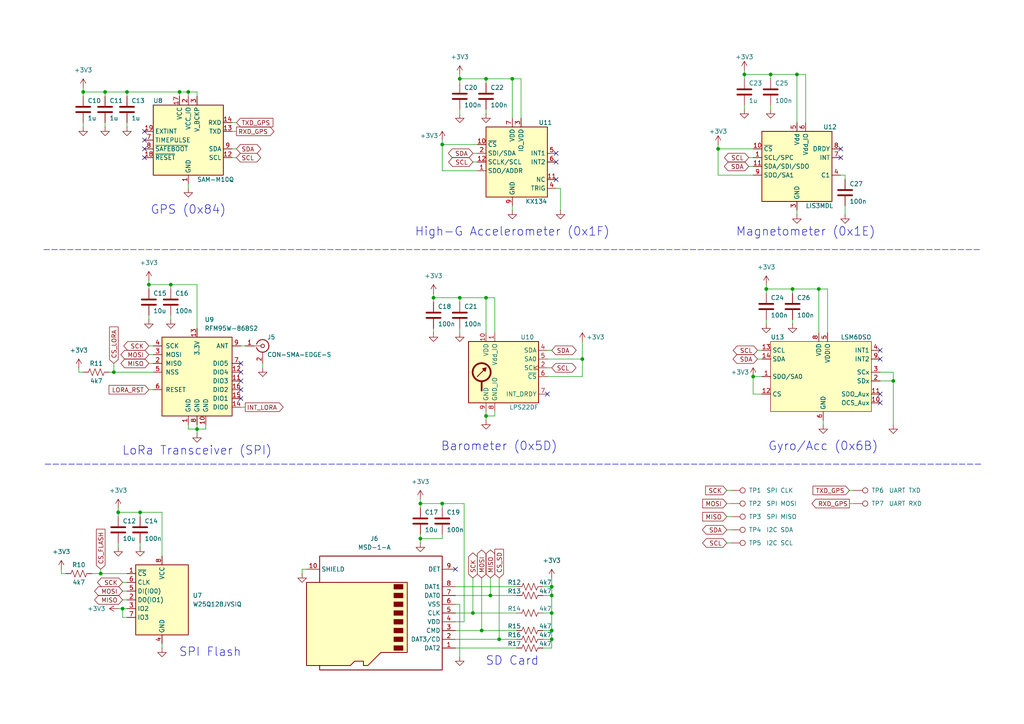
<source format=kicad_sch>
(kicad_sch (version 20231120) (generator "eeschema") (generator_version "8.0")
  (paper "A4")
  (junction (at 133.35 22.86))
  (junction (at 128.27 41.91))
  (junction (at 49.53 82.55))
  (junction (at 52.07 26.67))
  (junction (at 237.49 83.82))
  (junction (at 229.87 83.82))
  (junction (at 137.16 177.8))
  (junction (at 40.64 148.59))
  (junction (at 148.59 22.86))
  (junction (at 36.83 26.67))
  (junction (at 223.52 21.59))
  (junction (at 208.28 43.18))
  (junction (at 128.27 146.05))
  (junction (at 140.97 120.65))
  (junction (at 142.24 172.72))
  (junction (at 34.29 148.59))
  (junction (at 121.92 156.21))
  (junction (at 57.15 124.46))
  (junction (at 160.02 185.42))
  (junction (at 133.35 86.36))
  (junction (at 231.14 21.59))
  (junction (at 121.92 146.05))
  (junction (at 160.02 172.72))
  (junction (at 125.73 86.36))
  (junction (at 160.02 170.18))
  (junction (at 144.78 185.42))
  (junction (at 54.61 26.67))
  (junction (at 160.02 177.8))
  (junction (at 140.97 86.36))
  (junction (at 218.44 109.22))
  (junction (at 259.08 110.49))
  (junction (at 168.91 104.14))
  (junction (at 30.48 26.67))
  (junction (at 139.7 182.88))
  (junction (at 140.97 22.86))
  (junction (at 43.18 82.55))
  (junction (at 29.21 166.37))
  (junction (at 35.56 176.53))
  (junction (at 24.13 26.67))
  (junction (at 33.02 107.95))
  (junction (at 160.02 182.88))
  (junction (at 215.9 21.59))
  (junction (at 222.25 83.82))
  (no_connect (at 255.27 101.6))
  (no_connect (at 69.85 115.57))
  (no_connect (at 158.75 114.3))
  (no_connect (at 161.29 52.07))
  (no_connect (at 243.84 45.72))
  (no_connect (at 255.27 104.14))
  (no_connect (at 41.91 38.1))
  (no_connect (at 69.85 105.41))
  (no_connect (at 69.85 110.49))
  (no_connect (at 41.91 43.18))
  (no_connect (at 69.85 113.03))
  (no_connect (at 161.29 44.45))
  (no_connect (at 132.08 165.1))
  (no_connect (at 243.84 43.18))
  (no_connect (at 255.27 116.84))
  (no_connect (at 41.91 40.64))
  (no_connect (at 69.85 107.95))
  (no_connect (at 161.29 46.99))
  (no_connect (at 41.91 45.72))
  (no_connect (at 255.27 114.3))
  (wire (pts (xy 160.02 172.72) (xy 160.02 177.8)))
  (wire (pts (xy 40.64 149.86) (xy 40.64 148.59)))
  (wire (pts (xy 144.78 185.42) (xy 149.86 185.42)))
  (wire (pts (xy 57.15 26.67) (xy 54.61 26.67)))
  (wire (pts (xy 208.28 50.8) (xy 218.44 50.8)))
  (wire (pts (xy 24.13 26.67) (xy 30.48 26.67)))
  (wire (pts (xy 49.53 83.82) (xy 49.53 82.55)))
  (wire (pts (xy 35.56 171.45) (xy 36.83 171.45)))
  (wire (pts (xy 246.38 142.24) (xy 247.65 142.24)))
  (wire (pts (xy 144.78 167.64) (xy 144.78 185.42)))
  (wire (pts (xy 34.29 148.59) (xy 34.29 149.86)))
  (wire (pts (xy 158.75 109.22) (xy 168.91 109.22)))
  (wire (pts (xy 160.02 167.64) (xy 160.02 170.18)))
  (wire (pts (xy 137.16 167.64) (xy 137.16 177.8)))
  (wire (pts (xy 35.56 173.99) (xy 36.83 173.99)))
  (wire (pts (xy 125.73 86.36) (xy 133.35 86.36)))
  (wire (pts (xy 35.56 176.53) (xy 35.56 179.07)))
  (wire (pts (xy 219.71 101.6) (xy 220.98 101.6)))
  (polyline (pts (xy 284.48 134.62) (xy 12.7 134.62)) (stroke (width 0) (type dash)))
  (wire (pts (xy 208.28 43.18) (xy 218.44 43.18)))
  (wire (pts (xy 33.02 107.95) (xy 44.45 107.95)))
  (wire (pts (xy 22.86 107.95) (xy 24.13 107.95)))
  (wire (pts (xy 128.27 154.94) (xy 128.27 156.21)))
  (wire (pts (xy 54.61 26.67) (xy 54.61 27.94)))
  (wire (pts (xy 160.02 170.18) (xy 160.02 172.72)))
  (wire (pts (xy 148.59 59.69) (xy 148.59 60.96)))
  (wire (pts (xy 133.35 21.59) (xy 133.35 22.86)))
  (wire (pts (xy 71.12 118.11) (xy 69.85 118.11)))
  (wire (pts (xy 31.75 107.95) (xy 33.02 107.95)))
  (wire (pts (xy 160.02 185.42) (xy 160.02 187.96)))
  (wire (pts (xy 140.97 22.86) (xy 140.97 24.13)))
  (wire (pts (xy 67.31 35.56) (xy 68.58 35.56)))
  (wire (pts (xy 237.49 83.82) (xy 237.49 96.52)))
  (wire (pts (xy 43.18 100.33) (xy 44.45 100.33)))
  (wire (pts (xy 43.18 102.87) (xy 44.45 102.87)))
  (wire (pts (xy 237.49 83.82) (xy 229.87 83.82)))
  (wire (pts (xy 128.27 41.91) (xy 138.43 41.91)))
  (wire (pts (xy 143.51 120.65) (xy 140.97 120.65)))
  (wire (pts (xy 133.35 190.5) (xy 133.35 175.26)))
  (wire (pts (xy 140.97 120.65) (xy 140.97 121.92)))
  (wire (pts (xy 43.18 81.28) (xy 43.18 82.55)))
  (wire (pts (xy 132.08 182.88) (xy 139.7 182.88)))
  (wire (pts (xy 245.11 59.69) (xy 245.11 62.23)))
  (wire (pts (xy 128.27 147.32) (xy 128.27 146.05)))
  (wire (pts (xy 218.44 114.3) (xy 220.98 114.3)))
  (wire (pts (xy 137.16 44.45) (xy 138.43 44.45)))
  (wire (pts (xy 125.73 85.09) (xy 125.73 86.36)))
  (wire (pts (xy 148.59 22.86) (xy 148.59 34.29)))
  (wire (pts (xy 57.15 82.55) (xy 49.53 82.55)))
  (wire (pts (xy 125.73 87.63) (xy 125.73 86.36)))
  (wire (pts (xy 139.7 167.64) (xy 139.7 182.88)))
  (wire (pts (xy 208.28 43.18) (xy 208.28 50.8)))
  (wire (pts (xy 215.9 21.59) (xy 215.9 22.86)))
  (wire (pts (xy 133.35 24.13) (xy 133.35 22.86)))
  (wire (pts (xy 255.27 110.49) (xy 259.08 110.49)))
  (wire (pts (xy 222.25 85.09) (xy 222.25 83.82)))
  (wire (pts (xy 121.92 156.21) (xy 128.27 156.21)))
  (wire (pts (xy 223.52 22.86) (xy 223.52 21.59)))
  (wire (pts (xy 140.97 96.52) (xy 140.97 86.36)))
  (wire (pts (xy 40.64 157.48) (xy 40.64 158.75)))
  (wire (pts (xy 210.82 157.48) (xy 212.09 157.48)))
  (wire (pts (xy 40.64 148.59) (xy 34.29 148.59)))
  (wire (pts (xy 54.61 124.46) (xy 54.61 123.19)))
  (wire (pts (xy 215.9 21.59) (xy 223.52 21.59)))
  (wire (pts (xy 132.08 185.42) (xy 144.78 185.42)))
  (wire (pts (xy 26.67 166.37) (xy 29.21 166.37)))
  (wire (pts (xy 29.21 165.1) (xy 29.21 166.37)))
  (wire (pts (xy 210.82 153.67) (xy 212.09 153.67)))
  (wire (pts (xy 246.38 146.05) (xy 247.65 146.05)))
  (wire (pts (xy 231.14 21.59) (xy 231.14 35.56)))
  (wire (pts (xy 34.29 176.53) (xy 35.56 176.53)))
  (wire (pts (xy 157.48 172.72) (xy 160.02 172.72)))
  (wire (pts (xy 134.62 180.34) (xy 132.08 180.34)))
  (wire (pts (xy 121.92 154.94) (xy 121.92 156.21)))
  (wire (pts (xy 133.35 22.86) (xy 140.97 22.86)))
  (wire (pts (xy 143.51 86.36) (xy 140.97 86.36)))
  (wire (pts (xy 218.44 109.22) (xy 218.44 114.3)))
  (wire (pts (xy 54.61 53.34) (xy 54.61 54.61)))
  (wire (pts (xy 160.02 187.96) (xy 157.48 187.96)))
  (wire (pts (xy 168.91 99.06) (xy 168.91 104.14)))
  (wire (pts (xy 69.85 100.33) (xy 71.12 100.33)))
  (wire (pts (xy 67.31 43.18) (xy 68.58 43.18)))
  (wire (pts (xy 218.44 109.22) (xy 220.98 109.22)))
  (wire (pts (xy 125.73 95.25) (xy 125.73 96.52)))
  (wire (pts (xy 162.56 54.61) (xy 161.29 54.61)))
  (wire (pts (xy 240.03 83.82) (xy 237.49 83.82)))
  (wire (pts (xy 245.11 52.07) (xy 245.11 50.8)))
  (wire (pts (xy 46.99 148.59) (xy 40.64 148.59)))
  (wire (pts (xy 222.25 92.71) (xy 222.25 93.98)))
  (wire (pts (xy 57.15 123.19) (xy 57.15 124.46)))
  (wire (pts (xy 17.78 165.1) (xy 17.78 166.37)))
  (wire (pts (xy 132.08 177.8) (xy 137.16 177.8)))
  (wire (pts (xy 240.03 96.52) (xy 240.03 83.82)))
  (wire (pts (xy 34.29 147.32) (xy 34.29 148.59)))
  (wire (pts (xy 36.83 179.07) (xy 35.56 179.07)))
  (wire (pts (xy 151.13 34.29) (xy 151.13 22.86)))
  (wire (pts (xy 222.25 83.82) (xy 229.87 83.82)))
  (wire (pts (xy 43.18 105.41) (xy 44.45 105.41)))
  (wire (pts (xy 59.69 124.46) (xy 57.15 124.46)))
  (wire (pts (xy 143.51 96.52) (xy 143.51 86.36)))
  (wire (pts (xy 151.13 22.86) (xy 148.59 22.86)))
  (wire (pts (xy 215.9 20.32) (xy 215.9 21.59)))
  (wire (pts (xy 88.9 165.1) (xy 87.63 165.1)))
  (wire (pts (xy 22.86 106.68) (xy 22.86 107.95)))
  (wire (pts (xy 24.13 27.94) (xy 24.13 26.67)))
  (wire (pts (xy 121.92 156.21) (xy 121.92 157.48)))
  (wire (pts (xy 43.18 113.03) (xy 44.45 113.03)))
  (wire (pts (xy 128.27 49.53) (xy 138.43 49.53)))
  (wire (pts (xy 160.02 182.88) (xy 160.02 185.42)))
  (wire (pts (xy 34.29 157.48) (xy 34.29 158.75)))
  (wire (pts (xy 137.16 177.8) (xy 149.86 177.8)))
  (wire (pts (xy 49.53 91.44) (xy 49.53 92.71)))
  (wire (pts (xy 157.48 182.88) (xy 160.02 182.88)))
  (wire (pts (xy 19.05 166.37) (xy 17.78 166.37)))
  (wire (pts (xy 158.75 101.6) (xy 160.02 101.6)))
  (wire (pts (xy 140.97 22.86) (xy 148.59 22.86)))
  (wire (pts (xy 238.76 121.92) (xy 238.76 123.19)))
  (wire (pts (xy 36.83 35.56) (xy 36.83 36.83)))
  (wire (pts (xy 128.27 40.64) (xy 128.27 41.91)))
  (wire (pts (xy 87.63 165.1) (xy 87.63 166.37)))
  (wire (pts (xy 36.83 26.67) (xy 52.07 26.67)))
  (wire (pts (xy 210.82 149.86) (xy 212.09 149.86)))
  (wire (pts (xy 128.27 146.05) (xy 121.92 146.05)))
  (wire (pts (xy 132.08 172.72) (xy 142.24 172.72)))
  (wire (pts (xy 215.9 30.48) (xy 215.9 31.75)))
  (wire (pts (xy 29.21 166.37) (xy 36.83 166.37)))
  (wire (pts (xy 30.48 26.67) (xy 36.83 26.67)))
  (wire (pts (xy 128.27 41.91) (xy 128.27 49.53)))
  (wire (pts (xy 168.91 104.14) (xy 168.91 109.22)))
  (wire (pts (xy 67.31 38.1) (xy 68.58 38.1)))
  (wire (pts (xy 43.18 91.44) (xy 43.18 92.71)))
  (wire (pts (xy 223.52 30.48) (xy 223.52 31.75)))
  (polyline (pts (xy 12.7 72.39) (xy 284.48 72.39)) (stroke (width 0) (type dash)))
  (wire (pts (xy 140.97 119.38) (xy 140.97 120.65)))
  (wire (pts (xy 140.97 31.75) (xy 140.97 33.02)))
  (wire (pts (xy 210.82 142.24) (xy 212.09 142.24)))
  (wire (pts (xy 43.18 82.55) (xy 43.18 83.82)))
  (wire (pts (xy 76.2 105.41) (xy 76.2 106.68)))
  (wire (pts (xy 217.17 48.26) (xy 218.44 48.26)))
  (wire (pts (xy 137.16 46.99) (xy 138.43 46.99)))
  (wire (pts (xy 229.87 83.82) (xy 229.87 85.09)))
  (wire (pts (xy 132.08 187.96) (xy 149.86 187.96)))
  (wire (pts (xy 140.97 86.36) (xy 133.35 86.36)))
  (wire (pts (xy 67.31 45.72) (xy 68.58 45.72)))
  (wire (pts (xy 133.35 86.36) (xy 133.35 87.63)))
  (wire (pts (xy 160.02 177.8) (xy 160.02 182.88)))
  (wire (pts (xy 259.08 110.49) (xy 259.08 107.95)))
  (wire (pts (xy 46.99 161.29) (xy 46.99 148.59)))
  (wire (pts (xy 157.48 177.8) (xy 160.02 177.8)))
  (wire (pts (xy 30.48 35.56) (xy 30.48 36.83)))
  (wire (pts (xy 217.17 45.72) (xy 218.44 45.72)))
  (wire (pts (xy 128.27 146.05) (xy 134.62 146.05)))
  (wire (pts (xy 229.87 92.71) (xy 229.87 93.98)))
  (wire (pts (xy 57.15 125.73) (xy 57.15 124.46)))
  (wire (pts (xy 139.7 182.88) (xy 149.86 182.88)))
  (wire (pts (xy 30.48 27.94) (xy 30.48 26.67)))
  (wire (pts (xy 46.99 186.69) (xy 46.99 187.96)))
  (wire (pts (xy 49.53 82.55) (xy 43.18 82.55)))
  (wire (pts (xy 132.08 170.18) (xy 149.86 170.18)))
  (wire (pts (xy 57.15 27.94) (xy 57.15 26.67)))
  (wire (pts (xy 52.07 26.67) (xy 52.07 27.94)))
  (wire (pts (xy 133.35 175.26) (xy 132.08 175.26)))
  (wire (pts (xy 36.83 27.94) (xy 36.83 26.67)))
  (wire (pts (xy 59.69 123.19) (xy 59.69 124.46)))
  (wire (pts (xy 142.24 167.64) (xy 142.24 172.72)))
  (wire (pts (xy 210.82 146.05) (xy 212.09 146.05)))
  (wire (pts (xy 57.15 95.25) (xy 57.15 82.55)))
  (wire (pts (xy 233.68 21.59) (xy 231.14 21.59)))
  (wire (pts (xy 208.28 41.91) (xy 208.28 43.18)))
  (wire (pts (xy 231.14 60.96) (xy 231.14 62.23)))
  (wire (pts (xy 158.75 104.14) (xy 168.91 104.14)))
  (wire (pts (xy 35.56 176.53) (xy 36.83 176.53)))
  (wire (pts (xy 33.02 105.41) (xy 33.02 107.95)))
  (wire (pts (xy 35.56 168.91) (xy 36.83 168.91)))
  (wire (pts (xy 259.08 123.19) (xy 259.08 110.49)))
  (wire (pts (xy 133.35 95.25) (xy 133.35 96.52)))
  (wire (pts (xy 157.48 170.18) (xy 160.02 170.18)))
  (wire (pts (xy 142.24 172.72) (xy 149.86 172.72)))
  (wire (pts (xy 162.56 60.96) (xy 162.56 54.61)))
  (wire (pts (xy 133.35 31.75) (xy 133.35 33.02)))
  (wire (pts (xy 24.13 35.56) (xy 24.13 36.83)))
  (wire (pts (xy 233.68 35.56) (xy 233.68 21.59)))
  (wire (pts (xy 143.51 119.38) (xy 143.51 120.65)))
  (wire (pts (xy 54.61 26.67) (xy 52.07 26.67)))
  (wire (pts (xy 259.08 107.95) (xy 255.27 107.95)))
  (wire (pts (xy 245.11 50.8) (xy 243.84 50.8)))
  (wire (pts (xy 219.71 104.14) (xy 220.98 104.14)))
  (wire (pts (xy 134.62 146.05) (xy 134.62 180.34)))
  (wire (pts (xy 24.13 25.4) (xy 24.13 26.67)))
  (wire (pts (xy 121.92 146.05) (xy 121.92 147.32)))
  (wire (pts (xy 160.02 106.68) (xy 158.75 106.68)))
  (wire (pts (xy 222.25 82.55) (xy 222.25 83.82)))
  (wire (pts (xy 121.92 144.78) (xy 121.92 146.05)))
  (wire (pts (xy 57.15 124.46) (xy 54.61 124.46)))
  (wire (pts (xy 231.14 21.59) (xy 223.52 21.59)))
  (wire (pts (xy 157.48 185.42) (xy 160.02 185.42)))
  (text "Magnetometer (0x1E)" (at 233.68 67.31 0) (effects (font (size 2.5 2.5))))
  (text "GPS (0x84)" (at 54.61 60.96 0) (effects (font (size 2.5 2.5))))
  (text "High-G Accelerometer (0x1F)" (at 148.59 67.31 0) (effects (font (size 2.5 2.5))))
  (text "SD Card\n" (at 148.59 191.77 0) (effects (font (size 2.5 2.5))))
  (text "Gyro/Acc (0x6B)" (at 238.76 129.54 0) (effects (font (size 2.5 2.5))))
  (text "LoRa Transceiver (SPI)" (at 57.15 130.81 0) (effects (font (size 2.5 2.5))))
  (text "SPI Flash" (at 60.96 189.23 0) (effects (font (size 2.5 2.5))))
  (text "Barometer (0x5D)" (at 144.78 129.54 0) (effects (font (size 2.5 2.5))))
  (global_label "MISO" (shape bidirectional) (at 43.18 105.41 180) (property "Intersheetrefs" "${INTERSHEET_REFS}" (effects (hide yes))))
  (global_label "CS_FLASH" (shape input) (at 29.21 165.1 90) (property "Intersheetrefs" "${INTERSHEET_REFS}" (effects (hide yes))))
  (global_label "SCK" (shape input) (at 210.82 142.24 180) (property "Intersheetrefs" "${INTERSHEET_REFS}" (effects (hide yes))))
  (global_label "SCL" (shape bidirectional) (at 210.82 157.48 180) (property "Intersheetrefs" "${INTERSHEET_REFS}" (effects (hide yes))))
  (global_label "SCL" (shape bidirectional) (at 217.17 45.72 180) (property "Intersheetrefs" "${INTERSHEET_REFS}" (effects (hide yes))))
  (global_label "SCL" (shape bidirectional) (at 160.02 106.68 0) (property "Intersheetrefs" "${INTERSHEET_REFS}" (effects (hide yes))))
  (global_label "TXD_GPS" (shape input) (at 68.58 35.56 0) (property "Intersheetrefs" "${INTERSHEET_REFS}" (effects (hide yes))))
  (global_label "MOSI" (shape bidirectional) (at 43.18 102.87 180) (property "Intersheetrefs" "${INTERSHEET_REFS}" (effects (hide yes))))
  (global_label "SCL" (shape bidirectional) (at 219.71 101.6 180) (property "Intersheetrefs" "${INTERSHEET_REFS}" (effects (hide yes))))
  (global_label "SDA" (shape bidirectional) (at 160.02 101.6 0) (property "Intersheetrefs" "${INTERSHEET_REFS}" (effects (hide yes))))
  (global_label "SCL" (shape bidirectional) (at 68.58 45.72 0) (property "Intersheetrefs" "${INTERSHEET_REFS}" (effects (hide yes))))
  (global_label "CS_LORA" (shape input) (at 33.02 105.41 90) (property "Intersheetrefs" "${INTERSHEET_REFS}" (effects (hide yes))))
  (global_label "SDA" (shape bidirectional) (at 217.17 48.26 180) (property "Intersheetrefs" "${INTERSHEET_REFS}" (effects (hide yes))))
  (global_label "SCK" (shape bidirectional) (at 43.18 100.33 180) (property "Intersheetrefs" "${INTERSHEET_REFS}" (effects (hide yes))))
  (global_label "SCK" (shape bidirectional) (at 137.16 167.64 90) (property "Intersheetrefs" "${INTERSHEET_REFS}" (effects (hide yes))))
  (global_label "MISO" (shape input) (at 210.82 149.86 180) (property "Intersheetrefs" "${INTERSHEET_REFS}" (effects (hide yes))))
  (global_label "MISO" (shape bidirectional) (at 142.24 167.64 90) (property "Intersheetrefs" "${INTERSHEET_REFS}" (effects (hide yes))))
  (global_label "RXD_GPS" (shape output) (at 68.58 38.1 0) (property "Intersheetrefs" "${INTERSHEET_REFS}" (effects (hide yes))))
  (global_label "INT_LORA" (shape output) (at 71.12 118.11 0) (property "Intersheetrefs" "${INTERSHEET_REFS}" (effects (hide yes))))
  (global_label "SDA" (shape bidirectional) (at 68.58 43.18 0) (property "Intersheetrefs" "${INTERSHEET_REFS}" (effects (hide yes))))
  (global_label "LORA_RST" (shape input) (at 43.18 113.03 180) (property "Intersheetrefs" "${INTERSHEET_REFS}" (effects (hide yes))))
  (global_label "SDA" (shape bidirectional) (at 210.82 153.67 180) (property "Intersheetrefs" "${INTERSHEET_REFS}" (effects (hide yes))))
  (global_label "SDA" (shape bidirectional) (at 137.16 44.45 180) (property "Intersheetrefs" "${INTERSHEET_REFS}" (effects (hide yes))))
  (global_label "CS_SD" (shape input) (at 144.78 167.64 90) (property "Intersheetrefs" "${INTERSHEET_REFS}" (effects (hide yes))))
  (global_label "TXD_GPS" (shape input) (at 246.38 142.24 180) (property "Intersheetrefs" "${INTERSHEET_REFS}" (effects (hide yes))))
  (global_label "SDA" (shape bidirectional) (at 219.71 104.14 180) (property "Intersheetrefs" "${INTERSHEET_REFS}" (effects (hide yes))))
  (global_label "SCL" (shape bidirectional) (at 137.16 46.99 180) (property "Intersheetrefs" "${INTERSHEET_REFS}" (effects (hide yes))))
  (global_label "MISO" (shape bidirectional) (at 35.56 173.99 180) (property "Intersheetrefs" "${INTERSHEET_REFS}" (effects (hide yes))))
  (global_label "RXD_GPS" (shape output) (at 246.38 146.05 180) (property "Intersheetrefs" "${INTERSHEET_REFS}" (effects (hide yes))))
  (global_label "SCK" (shape bidirectional) (at 35.56 168.91 180) (property "Intersheetrefs" "${INTERSHEET_REFS}" (effects (hide yes))))
  (global_label "MOSI" (shape bidirectional) (at 139.7 167.64 90) (property "Intersheetrefs" "${INTERSHEET_REFS}" (effects (hide yes))))
  (global_label "MOSI" (shape input) (at 210.82 146.05 180) (property "Intersheetrefs" "${INTERSHEET_REFS}" (effects (hide yes))))
  (global_label "MOSI" (shape bidirectional) (at 35.56 171.45 180) (property "Intersheetrefs" "${INTERSHEET_REFS}" (effects (hide yes))))
  (symbol (lib_id "Device:C") (at 222.25 88.9 0) (unit 1)
    (property "Reference" "C24" (at 223.52 86.36 0) (effects (justify left)))
    (property "Value" "100n" (at 223.52 91.44 0) (effects (justify left)))
    (property "Footprint" "Capacitor_SMD:C_0603_1608Metric" (effects (hide yes)))
    (property "Description" "Unpolarized capacitor" (effects (hide yes)))
    (property "digikeynumber" "CL10B104KO8NNWC" (effects (hide yes)))
  )
  (symbol (lib_id "Device:R_US") (at 153.67 177.8 90) (unit 1)
    (property "Reference" "R14" (at 151.13 176.53 90) (effects (justify left)))
    (property "Value" "4k7" (at 160.02 176.53 90) (effects (justify left)))
    (property "Footprint" "Resistor_SMD:R_0603_1608Metric" (effects (hide yes)))
    (property "Description" "Resistor, US symbol" (effects (hide yes)))
    (property "digikeynumber" "RC0603FR-074K7L" (effects (hide yes)))
  )
  (symbol (lib_id "Connector:TestPoint") (at 212.09 146.05 270) (unit 1)
    (property "Reference" "TP2" (at 217.17 146.05 90) (effects (justify left)))
    (property "Value" "SPI MOSI" (at 222.25 146.05 90) (effects (justify left)))
    (property "Footprint" "TestPoint:TestPoint_Pad_1.0x1.0mm" (effects (hide yes)))
    (property "Description" "test point" (effects (hide yes)))
  )
  (symbol (lib_id "Device:C") (at 49.53 87.63 0) (unit 1)
    (property "Reference" "C16" (at 50.8 85.09 0) (effects (justify left)))
    (property "Value" "100n" (at 50.8 90.17 0) (effects (justify left)))
    (property "Footprint" "Capacitor_SMD:C_0603_1608Metric" (effects (hide yes)))
    (property "Description" "Unpolarized capacitor" (effects (hide yes)))
    (property "digikeynumber" "CL10B104KO8NNWC" (effects (hide yes)))
  )
  (symbol (lib_id "power:GND") (at 121.92 157.48 0) (unit 1)
    (property "Reference" "#PWR057" (effects (hide yes)))
    (property "Value" "GND" (effects (hide yes)))
    (property "Description" "Power symbol creates a global label with name \"GND\" , ground" (effects (hide yes)))
  )
  (symbol (lib_id "power:GND") (at 245.11 62.23 0) (unit 1)
    (property "Reference" "#PWR081" (effects (hide yes)))
    (property "Value" "GND" (effects (hide yes)))
    (property "Description" "Power symbol creates a global label with name \"GND\" , ground" (effects (hide yes)))
  )
  (symbol (lib_id "power:GND") (at 222.25 93.98 0) (unit 1)
    (property "Reference" "#PWR076" (effects (hide yes)))
    (property "Value" "GND" (effects (hide yes)))
    (property "Description" "Power symbol creates a global label with name \"GND\" , ground" (effects (hide yes)))
  )
  (symbol (lib_id "Device:R_US") (at 153.67 187.96 90) (unit 1)
    (property "Reference" "R17" (at 151.13 186.69 90) (effects (justify left)))
    (property "Value" "4k7" (at 160.02 186.69 90) (effects (justify left)))
    (property "Footprint" "Resistor_SMD:R_0603_1608Metric" (effects (hide yes)))
    (property "Description" "Resistor, US symbol" (effects (hide yes)))
    (property "digikeynumber" "RC0603FR-074K7L" (effects (hide yes)))
  )
  (symbol (lib_id "power:GND") (at 231.14 62.23 0) (unit 1)
    (property "Reference" "#PWR079" (effects (hide yes)))
    (property "Value" "GND" (effects (hide yes)))
    (property "Description" "Power symbol creates a global label with name \"GND\" , ground" (effects (hide yes)))
  )
  (symbol (lib_id "power:GND") (at 87.63 166.37 0) (unit 1)
    (property "Reference" "#PWR055" (effects (hide yes)))
    (property "Value" "GND" (effects (hide yes)))
    (property "Description" "Power symbol creates a global label with name \"GND\" , ground" (effects (hide yes)))
  )
  (symbol (lib_id "Device:C") (at 24.13 31.75 0) (unit 1)
    (property "Reference" "C10" (at 25.4 29.21 0) (effects (justify left)))
    (property "Value" "1u" (at 25.4 34.29 0) (effects (justify left)))
    (property "Footprint" "Capacitor_SMD:C_0603_1608Metric" (effects (hide yes)))
    (property "Description" "Unpolarized capacitor" (effects (hide yes)))
    (property "digikeynumber" "CL10B105KP8NFNC" (effects (hide yes)))
  )
  (symbol (lib_id "power:GND") (at 46.99 187.96 0) (unit 1)
    (property "Reference" "#PWR050" (effects (hide yes)))
    (property "Value" "GND" (effects (hide yes)))
    (property "Description" "Power symbol creates a global label with name \"GND\" , ground" (effects (hide yes)))
  )
  (symbol (lib_id "power:+3V3") (at 121.92 144.78 0) (unit 1)
    (property "Reference" "#PWR056" (effects (hide yes)))
    (property "Value" "+3V3" (at 121.92 139.7 0))
    (property "Description" "Power symbol creates a global label with name \"+3V3\"" (effects (hide yes)))
  )
  (symbol (lib_id "power:GND") (at 229.87 93.98 0) (unit 1)
    (property "Reference" "#PWR078" (effects (hide yes)))
    (property "Value" "GND" (effects (hide yes)))
    (property "Description" "Power symbol creates a global label with name \"GND\" , ground" (effects (hide yes)))
  )
  (symbol (lib_id "power:+3V3") (at 128.27 40.64 0) (unit 1)
    (property "Reference" "#PWR060" (effects (hide yes)))
    (property "Value" "+3V3" (at 124.46 39.37 0))
    (property "Description" "Power symbol creates a global label with name \"+3V3\"" (effects (hide yes)))
  )
  (symbol (lib_id "Connector:TestPoint") (at 212.09 153.67 270) (unit 1)
    (property "Reference" "TP4" (at 217.17 153.67 90) (effects (justify left)))
    (property "Value" "I2C SDA" (at 222.25 153.67 90) (effects (justify left)))
    (property "Footprint" "TestPoint:TestPoint_Pad_1.0x1.0mm" (effects (hide yes)))
    (property "Description" "test point" (effects (hide yes)))
  )
  (symbol (lib_id "power:GND") (at 49.53 92.71 0) (unit 1)
    (property "Reference" "#PWR051" (effects (hide yes)))
    (property "Value" "GND" (effects (hide yes)))
    (property "Description" "Power symbol creates a global label with name \"GND\" , ground" (effects (hide yes)))
  )
  (symbol (lib_id "Connector:TestPoint") (at 212.09 142.24 270) (unit 1)
    (property "Reference" "TP1" (at 217.17 142.24 90) (effects (justify left)))
    (property "Value" "SPI CLK" (at 222.25 142.24 90) (effects (justify left)))
    (property "Footprint" "TestPoint:TestPoint_Pad_1.0x1.0mm" (effects (hide yes)))
    (property "Description" "test point" (effects (hide yes)))
  )
  (symbol (lib_id "power:GND") (at 57.15 125.73 0) (unit 1)
    (property "Reference" "#PWR053" (effects (hide yes)))
    (property "Value" "GND" (effects (hide yes)))
    (property "Description" "Power symbol creates a global label with name \"GND\" , ground" (effects (hide yes)))
  )
  (symbol (lib_id "power:GND") (at 30.48 36.83 0) (unit 1)
    (property "Reference" "#PWR042" (effects (hide yes)))
    (property "Value" "GND" (effects (hide yes)))
    (property "Description" "Power symbol creates a global label with name \"GND\" , ground" (effects (hide yes)))
  )
  (symbol (lib_id "power:GND") (at 133.35 33.02 0) (unit 1)
    (property "Reference" "#PWR062" (effects (hide yes)))
    (property "Value" "GND" (effects (hide yes)))
    (property "Description" "Power symbol creates a global label with name \"GND\" , ground" (effects (hide yes)))
  )
  (symbol (lib_id "power:GND") (at 215.9 31.75 0) (unit 1)
    (property "Reference" "#PWR073" (effects (hide yes)))
    (property "Value" "GND" (effects (hide yes)))
    (property "Description" "Power symbol creates a global label with name \"GND\" , ground" (effects (hide yes)))
  )
  (symbol (lib_id "MCU:LSM6DSO") (at 238.76 111.76 0) (unit 1)
    (property "Reference" "U13" (at 223.52 97.79 0) (effects (justify left)))
    (property "Value" "LSM6DSO" (at 243.84 97.79 0) (effects (justify left)))
    (property "Footprint" "Package_LGA:LGA-14_3x2.5mm_P0.5mm_LayoutBorder3x4y" (effects (hide yes)))
    (property "Datasheet" "https://www.st.com/resource/en/datasheet/lsm6dso.pdf" (effects (hide yes)))
    (property "digikeynumber" "LSM6DSOTR" (effects (hide yes)))
  )
  (symbol (lib_id "MCU:KX134-1211") (at 149.86 45.72 0) (unit 1)
    (property "Reference" "U11" (at 156.21 35.56 0) (effects (justify left)))
    (property "Value" "KX134" (at 152.4 58.42 0) (effects (justify left)))
    (property "Footprint" "Package_LGA:LGA-12_2x2mm_P0.5mm" (effects (hide yes)))
    (property "Datasheet" "https://kionixfs.azureedge.net/en/datasheet/kx134-1211-e.pdf" (effects (hide yes)))
    (property "digikeynumber" "KX134-1211" (effects (hide yes)))
  )
  (symbol (lib_id "power:+3V3") (at 160.02 167.64 0) (unit 1)
    (property "Reference" "#PWR068" (effects (hide yes)))
    (property "Value" "+3V3" (at 160.02 162.56 0))
    (property "Description" "Power symbol creates a global label with name \"+3V3\"" (effects (hide yes)))
  )
  (symbol (lib_id "power:GND") (at 140.97 33.02 0) (unit 1)
    (property "Reference" "#PWR065" (effects (hide yes)))
    (property "Value" "GND" (effects (hide yes)))
    (property "Description" "Power symbol creates a global label with name \"GND\" , ground" (effects (hide yes)))
  )
  (symbol (lib_id "power:GND") (at 133.35 96.52 0) (unit 1)
    (property "Reference" "#PWR063" (effects (hide yes)))
    (property "Value" "GND" (effects (hide yes)))
    (property "Description" "Power symbol creates a global label with name \"GND\" , ground" (effects (hide yes)))
  )
  (symbol (lib_id "power:+3V3") (at 17.78 165.1 0) (unit 1)
    (property "Reference" "#PWR038" (effects (hide yes)))
    (property "Value" "+3V3" (at 17.78 160.02 0))
    (property "Description" "Power symbol creates a global label with name \"+3V3\"" (effects (hide yes)))
  )
  (symbol (lib_id "Device:R_US") (at 27.94 107.95 90) (unit 1)
    (property "Reference" "R11" (at 27.94 105.41 90))
    (property "Value" "4k7" (at 27.94 110.49 90))
    (property "Footprint" "Resistor_SMD:R_0603_1608Metric" (effects (hide yes)))
    (property "Description" "Resistor, US symbol" (effects (hide yes)))
    (property "digikeynumber" "RC0603FR-074K7L" (effects (hide yes)))
  )
  (symbol (lib_id "power:GND") (at 238.76 123.19 0) (unit 1)
    (property "Reference" "#PWR080" (effects (hide yes)))
    (property "Value" "GND" (effects (hide yes)))
    (property "Description" "Power symbol creates a global label with name \"GND\" , ground" (effects (hide yes)))
  )
  (symbol (lib_id "power:+3V3") (at 43.18 81.28 0) (unit 1)
    (property "Reference" "#PWR048" (effects (hide yes)))
    (property "Value" "+3V3" (at 43.18 76.2 0))
    (property "Description" "Power symbol creates a global label with name \"+3V3\"" (effects (hide yes)))
  )
  (symbol (lib_id "Connector:TestPoint") (at 247.65 142.24 270) (unit 1)
    (property "Reference" "TP6" (at 252.73 142.24 90) (effects (justify left)))
    (property "Value" "UART TXD" (at 257.81 142.24 90) (effects (justify left)))
    (property "Footprint" "TestPoint:TestPoint_Pad_1.0x1.0mm" (effects (hide yes)))
    (property "Description" "test point" (effects (hide yes)))
  )
  (symbol (lib_id "power:GND") (at 162.56 60.96 0) (unit 1)
    (property "Reference" "#PWR069" (effects (hide yes)))
    (property "Value" "GND" (effects (hide yes)))
    (property "Description" "Power symbol creates a global label with name \"GND\" , ground" (effects (hide yes)))
  )
  (symbol (lib_id "MCU:SAM-M10Q") (at 54.61 40.64 0) (unit 1)
    (property "Reference" "U8" (at 44.45 29.21 0) (effects (justify left)))
    (property "Value" "SAM-M10Q" (at 57.15 52.07 0) (effects (justify left)))
    (property "Footprint" "RF_GPS:ublox_SAM-M8Q" (effects (hide yes)))
    (property "Datasheet" "https://content.u-blox.com/sites/default/files/documents/SAM-M10Q_DataSheet_UBX-22013293.pdf" (effects (hide yes)))
    (property "digikeynumber" "SAM-M10Q-00B" (effects (hide yes)))
  )
  (symbol (lib_id "power:GND") (at 40.64 158.75 0) (unit 1)
    (property "Reference" "#PWR047" (effects (hide yes)))
    (property "Value" "GND" (effects (hide yes)))
    (property "Description" "Power symbol creates a global label with name \"GND\" , ground" (effects (hide yes)))
  )
  (symbol (lib_id "power:GND") (at 223.52 31.75 0) (unit 1)
    (property "Reference" "#PWR077" (effects (hide yes)))
    (property "Value" "GND" (effects (hide yes)))
    (property "Description" "Power symbol creates a global label with name \"GND\" , ground" (effects (hide yes)))
  )
  (symbol (lib_id "Device:C") (at 245.11 55.88 0) (unit 1)
    (property "Reference" "C27" (at 246.38 53.34 0) (effects (justify left)))
    (property "Value" "100n" (at 246.38 58.42 0) (effects (justify left)))
    (property "Footprint" "Capacitor_SMD:C_0603_1608Metric" (effects (hide yes)))
    (property "Description" "Unpolarized capacitor" (effects (hide yes)))
    (property "digikeynumber" "CL10B104KO8NNWC" (effects (hide yes)))
  )
  (symbol (lib_id "MCU:W25Q64JVSSIQ") (at 48.26 173.99 0) (unit 1)
    (property "Reference" "U7" (at 55.88 172.7199 0) (effects (justify left)))
    (property "Value" "W25Q128JVSIQ" (at 55.88 175.2599 0) (effects (justify left)))
    (property "Footprint" "Package_SO:SOIC-8_5.23x5.23mm_P1.27mm" (effects (hide yes)))
    (property "Datasheet" "https://www.winbond.com/resource-files/w25q64jv%20revj%2003272018%20plus.pdf" (effects (hide yes)))
    (property "digikeynumber" "W25Q128JVSIQ" (effects (hide yes)))
  )
  (symbol (lib_id "power:GND") (at 36.83 36.83 0) (unit 1)
    (property "Reference" "#PWR046" (effects (hide yes)))
    (property "Value" "GND" (effects (hide yes)))
    (property "Description" "Power symbol creates a global label with name \"GND\" , ground" (effects (hide yes)))
  )
  (symbol (lib_id "power:+3V3") (at 34.29 147.32 0) (unit 1)
    (property "Reference" "#PWR043" (effects (hide yes)))
    (property "Value" "+3V3" (at 34.29 142.24 0))
    (property "Description" "Power symbol creates a global label with name \"+3V3\"" (effects (hide yes)))
  )
  (symbol (lib_id "power:GND") (at 259.08 123.19 0) (unit 1)
    (property "Reference" "#PWR082" (effects (hide yes)))
    (property "Value" "GND" (effects (hide yes)))
    (property "Description" "Power symbol creates a global label with name \"GND\" , ground" (effects (hide yes)))
  )
  (symbol (lib_id "power:GND") (at 125.73 96.52 0) (unit 1)
    (property "Reference" "#PWR059" (effects (hide yes)))
    (property "Value" "GND" (effects (hide yes)))
    (property "Description" "Power symbol creates a global label with name \"GND\" , ground" (effects (hide yes)))
  )
  (symbol (lib_id "power:+3V3") (at 133.35 21.59 0) (unit 1)
    (property "Reference" "#PWR061" (effects (hide yes)))
    (property "Value" "+3V3" (at 133.35 16.51 0))
    (property "Description" "Power symbol creates a global label with name \"+3V3\"" (effects (hide yes)))
  )
  (symbol (lib_id "power:GND") (at 43.18 92.71 0) (unit 1)
    (property "Reference" "#PWR049" (effects (hide yes)))
    (property "Value" "GND" (effects (hide yes)))
    (property "Description" "Power symbol creates a global label with name \"GND\" , ground" (effects (hide yes)))
  )
  (symbol (lib_id "Device:C") (at 125.73 91.44 0) (unit 1)
    (property "Reference" "C18" (at 127 88.9 0) (effects (justify left)))
    (property "Value" "100n" (at 127 93.98 0) (effects (justify left)))
    (property "Footprint" "Capacitor_SMD:C_0603_1608Metric" (effects (hide yes)))
    (property "Description" "Unpolarized capacitor" (effects (hide yes)))
    (property "digikeynumber" "CL10B104KO8NNWC" (effects (hide yes)))
  )
  (symbol (lib_id "power:GND") (at 76.2 106.68 0) (unit 1)
    (property "Reference" "#PWR054" (effects (hide yes)))
    (property "Value" "GND" (effects (hide yes)))
    (property "Description" "Power symbol creates a global label with name \"GND\" , ground" (effects (hide yes)))
  )
  (symbol (lib_id "Device:C") (at 223.52 26.67 0) (unit 1)
    (property "Reference" "C25" (at 224.79 24.13 0) (effects (justify left)))
    (property "Value" "100n" (at 224.79 29.21 0) (effects (justify left)))
    (property "Footprint" "Capacitor_SMD:C_0603_1608Metric" (effects (hide yes)))
    (property "Description" "Unpolarized capacitor" (effects (hide yes)))
    (property "digikeynumber" "CL10B104KO8NNWC" (effects (hide yes)))
  )
  (symbol (lib_id "Device:C") (at 34.29 153.67 0) (unit 1)
    (property "Reference" "C12" (at 35.56 151.13 0) (effects (justify left)))
    (property "Value" "10u" (at 35.56 156.21 0) (effects (justify left)))
    (property "Footprint" "Capacitor_SMD:C_0603_1608Metric" (effects (hide yes)))
    (property "Description" "Unpolarized capacitor" (effects (hide yes)))
    (property "digikeynumber" "CL10A106KQ8NNNC" (effects (hide yes)))
  )
  (symbol (lib_id "power:+3V3") (at 24.13 25.4 0) (unit 1)
    (property "Reference" "#PWR040" (effects (hide yes)))
    (property "Value" "+3V3" (at 24.13 20.32 0))
    (property "Description" "Power symbol creates a global label with name \"+3V3\"" (effects (hide yes)))
  )
  (symbol (lib_id "Device:C") (at 229.87 88.9 0) (unit 1)
    (property "Reference" "C26" (at 231.14 86.36 0) (effects (justify left)))
    (property "Value" "100n" (at 231.14 91.44 0) (effects (justify left)))
    (property "Footprint" "Capacitor_SMD:C_0603_1608Metric" (effects (hide yes)))
    (property "Description" "Unpolarized capacitor" (effects (hide yes)))
    (property "digikeynumber" "CL10B104KO8NNWC" (effects (hide yes)))
  )
  (symbol (lib_id "power:+3V3") (at 218.44 109.22 0) (unit 1)
    (property "Reference" "#PWR074" (effects (hide yes)))
    (property "Value" "+3V3" (at 214.63 107.95 0))
    (property "Description" "Power symbol creates a global label with name \"+3V3\"" (effects (hide yes)))
  )
  (symbol (lib_id "power:+3V3") (at 168.91 99.06 0) (unit 1)
    (property "Reference" "#PWR070" (effects (hide yes)))
    (property "Value" "+3V3" (at 172.72 97.79 0))
    (property "Description" "Power symbol creates a global label with name \"+3V3\"" (effects (hide yes)))
  )
  (symbol (lib_id "Device:C") (at 36.83 31.75 0) (unit 1)
    (property "Reference" "C13" (at 38.1 29.21 0) (effects (justify left)))
    (property "Value" "1u" (at 38.1 34.29 0) (effects (justify left)))
    (property "Footprint" "Capacitor_SMD:C_0603_1608Metric" (effects (hide yes)))
    (property "Description" "Unpolarized capacitor" (effects (hide yes)))
    (property "digikeynumber" "CL10B105KP8NFNC" (effects (hide yes)))
  )
  (symbol (lib_id "power:GND") (at 34.29 158.75 0) (unit 1)
    (property "Reference" "#PWR044" (effects (hide yes)))
    (property "Value" "GND" (effects (hide yes)))
    (property "Description" "Power symbol creates a global label with name \"GND\" , ground" (effects (hide yes)))
  )
  (symbol (lib_id "power:+3V3") (at 22.86 106.68 0) (unit 1)
    (property "Reference" "#PWR039" (effects (hide yes)))
    (property "Value" "+3V3" (at 22.86 101.6 0))
    (property "Description" "Power symbol creates a global label with name \"+3V3\"" (effects (hide yes)))
  )
  (symbol (lib_id "power:+3V3") (at 215.9 20.32 0) (unit 1)
    (property "Reference" "#PWR072" (effects (hide yes)))
    (property "Value" "+3V3" (at 215.9 16.51 0))
    (property "Description" "Power symbol creates a global label with name \"+3V3\"" (effects (hide yes)))
  )
  (symbol (lib_id "power:+3V3") (at 222.25 82.55 0) (unit 1)
    (property "Reference" "#PWR075" (effects (hide yes)))
    (property "Value" "+3V3" (at 222.25 77.47 0))
    (property "Description" "Power symbol creates a global label with name \"+3V3\"" (effects (hide yes)))
  )
  (symbol (lib_id "power:GND") (at 148.59 60.96 0) (unit 1)
    (property "Reference" "#PWR067" (effects (hide yes)))
    (property "Value" "GND" (effects (hide yes)))
    (property "Description" "Power symbol creates a global label with name \"GND\" , ground" (effects (hide yes)))
  )
  (symbol (lib_id "Device:C") (at 40.64 153.67 0) (unit 1)
    (property "Reference" "C14" (at 41.91 151.13 0) (effects (justify left)))
    (property "Value" "100n" (at 41.91 156.21 0) (effects (justify left)))
    (property "Footprint" "Capacitor_SMD:C_0603_1608Metric" (effects (hide yes)))
    (property "Description" "Unpolarized capacitor" (effects (hide yes)))
    (property "digikeynumber" "CL10B104KO8NNWC" (effects (hide yes)))
  )
  (symbol (lib_id "Device:R_US") (at 153.67 172.72 90) (unit 1)
    (property "Reference" "R13" (at 151.13 171.45 90) (effects (justify left)))
    (property "Value" "4k7" (at 160.02 171.45 90) (effects (justify left)))
    (property "Footprint" "Resistor_SMD:R_0603_1608Metric" (effects (hide yes)))
    (property "Description" "Resistor, US symbol" (effects (hide yes)))
    (property "digikeynumber" "RC0603FR-074K7L" (effects (hide yes)))
  )
  (symbol (lib_id "power:+3V3") (at 208.28 41.91 0) (unit 1)
    (property "Reference" "#PWR071" (effects (hide yes)))
    (property "Value" "+3V3" (at 208.28 38.1 0))
    (property "Description" "Power symbol creates a global label with name \"+3V3\"" (effects (hide yes)))
  )
  (symbol (lib_id "power:+3V3") (at 34.29 176.53 90) (unit 1)
    (property "Reference" "#PWR045" (effects (hide yes)))
    (property "Value" "+3V3" (at 27.94 176.53 90))
    (property "Description" "Power symbol creates a global label with name \"+3V3\"" (effects (hide yes)))
  )
  (symbol (lib_id "Device:C") (at 30.48 31.75 0) (unit 1)
    (property "Reference" "C11" (at 31.75 29.21 0) (effects (justify left)))
    (property "Value" "1u" (at 31.75 34.29 0) (effects (justify left)))
    (property "Footprint" "Capacitor_SMD:C_0603_1608Metric" (effects (hide yes)))
    (property "Description" "Unpolarized capacitor" (effects (hide yes)))
    (property "digikeynumber" "CL10B105KP8NFNC" (effects (hide yes)))
  )
  (symbol (lib_id "Device:R_US") (at 22.86 166.37 90) (unit 1)
    (property "Reference" "R10" (at 22.86 163.83 90))
    (property "Value" "4k7" (at 22.86 168.91 90))
    (property "Footprint" "Resistor_SMD:R_0603_1608Metric" (effects (hide yes)))
    (property "Description" "Resistor, US symbol" (effects (hide yes)))
    (property "digikeynumber" "RC0603FR-074K7L" (effects (hide yes)))
  )
  (symbol (lib_id "Device:C") (at 128.27 151.13 0) (unit 1)
    (property "Reference" "C19" (at 129.54 148.59 0) (effects (justify left)))
    (property "Value" "100n" (at 129.54 153.67 0) (effects (justify left)))
    (property "Footprint" "Capacitor_SMD:C_0603_1608Metric" (effects (hide yes)))
    (property "Description" "Unpolarized capacitor" (effects (hide yes)))
    (property "digikeynumber" "CL10B104KO8NNWC" (effects (hide yes)))
  )
  (symbol (lib_id "Device:C") (at 140.97 27.94 0) (unit 1)
    (property "Reference" "C22" (at 142.24 25.4 0) (effects (justify left)))
    (property "Value" "100n" (at 142.24 30.48 0) (effects (justify left)))
    (property "Footprint" "Capacitor_SMD:C_0603_1608Metric" (effects (hide yes)))
    (property "Description" "Unpolarized capacitor" (effects (hide yes)))
    (property "digikeynumber" "CL10B104KO8NNWC" (effects (hide yes)))
  )
  (symbol (lib_id "Device:R_US") (at 153.67 182.88 90) (unit 1)
    (property "Reference" "R15" (at 151.13 181.61 90) (effects (justify left)))
    (property "Value" "4k7" (at 160.02 181.61 90) (effects (justify left)))
    (property "Footprint" "Resistor_SMD:R_0603_1608Metric" (effects (hide yes)))
    (property "Description" "Resistor, US symbol" (effects (hide yes)))
    (property "digikeynumber" "RC0603FR-074K7L" (effects (hide yes)))
  )
  (symbol (lib_id "Connector:TestPoint") (at 212.09 157.48 270) (unit 1)
    (property "Reference" "TP5" (at 217.17 157.48 90) (effects (justify left)))
    (property "Value" "I2C SCL" (at 222.25 157.48 90) (effects (justify left)))
    (property "Footprint" "TestPoint:TestPoint_Pad_1.0x1.0mm" (effects (hide yes)))
    (property "Description" "test point" (effects (hide yes)))
  )
  (symbol (lib_id "Device:C") (at 215.9 26.67 0) (unit 1)
    (property "Reference" "C23" (at 217.17 24.13 0) (effects (justify left)))
    (property "Value" "1u" (at 217.17 29.21 0) (effects (justify left)))
    (property "Footprint" "Capacitor_SMD:C_0603_1608Metric" (effects (hide yes)))
    (property "Description" "Unpolarized capacitor" (effects (hide yes)))
    (property "digikeynumber" "CL10B105KP8NFNC" (effects (hide yes)))
  )
  (symbol (lib_id "Connector:TestPoint") (at 212.09 149.86 270) (unit 1)
    (property "Reference" "TP3" (at 217.17 149.86 90) (effects (justify left)))
    (property "Value" "SPI MISO" (at 222.25 149.86 90) (effects (justify left)))
    (property "Footprint" "TestPoint:TestPoint_Pad_1.0x1.0mm" (effects (hide yes)))
    (property "Description" "test point" (effects (hide yes)))
  )
  (symbol (lib_id "power:GND") (at 24.13 36.83 0) (unit 1)
    (property "Reference" "#PWR041" (effects (hide yes)))
    (property "Value" "GND" (effects (hide yes)))
    (property "Description" "Power symbol creates a global label with name \"GND\" , ground" (effects (hide yes)))
  )
  (symbol (lib_id "power:GND") (at 133.35 190.5 0) (unit 1)
    (property "Reference" "#PWR064" (effects (hide yes)))
    (property "Value" "GND" (effects (hide yes)))
    (property "Description" "Power symbol creates a global label with name \"GND\" , ground" (effects (hide yes)))
  )
  (symbol (lib_id "Device:C") (at 43.18 87.63 0) (unit 1)
    (property "Reference" "C15" (at 44.45 85.09 0) (effects (justify left)))
    (property "Value" "10u" (at 44.45 90.17 0) (effects (justify left)))
    (property "Footprint" "Capacitor_SMD:C_0603_1608Metric" (effects (hide yes)))
    (property "Description" "Unpolarized capacitor" (effects (hide yes)))
    (property "digikeynumber" "CL10A106KQ8NNNC" (effects (hide yes)))
  )
  (symbol (lib_id "power:GND") (at 140.97 121.92 0) (unit 1)
    (property "Reference" "#PWR066" (effects (hide yes)))
    (property "Value" "GND" (effects (hide yes)))
    (property "Description" "Power symbol creates a global label with name \"GND\" , ground" (effects (hide yes)))
  )
  (symbol (lib_id "power:GND") (at 54.61 54.61 0) (unit 1)
    (property "Reference" "#PWR052" (effects (hide yes)))
    (property "Value" "GND" (effects (hide yes)))
    (property "Description" "Power symbol creates a global label with name \"GND\" , ground" (effects (hide yes)))
  )
  (symbol (lib_id "Sensor_Magnetic:LIS3MDL") (at 231.14 48.26 0) (unit 1)
    (property "Reference" "U12" (at 238.76 36.83 0) (effects (justify left)))
    (property "Value" "LIS3MDL" (at 233.68 59.69 0) (effects (justify left)))
    (property "Footprint" "Package_LGA:LGA-12_2x2mm_P0.5mm" (effects (hide yes)))
    (property "Datasheet" "https://www.st.com/resource/en/datasheet/lis3mdl.pdf" (effects (hide yes)))
    (property "Description" "Ultra-low-power, 3-axis digital output magnetometer, LGA-12" (effects (hide yes)))
    (property "digikeynumber" "LIS3MDLTR" (effects (hide yes)))
  )
  (symbol (lib_id "MCU:RFPC-SMA28-F") (at 76.2 100.33 0) (unit 1)
    (property "Reference" "J5" (at 77.47 97.79 0) (effects (justify left)))
    (property "Value" "CON-SMA-EDGE-S " (at 77.47 102.87 0) (effects (justify left)))
    (property "Footprint" "CON-SMA-EDGE-S:RFSOLUTIONS_CON-SMA-EDGE-S" (effects (hide yes)))
    (property "Datasheet" " ~" (effects (hide yes)))
    (property "Description" "coaxial connector (BNC, SMA, SMB, SMC, Cinch/RCA, LEMO, ...)" (effects (hide yes)))
    (property "digikeynumber" "CON-SMA-EDGE-S " (effects (hide yes)))
  )
  (symbol (lib_id "Sensor_Pressure:LPS22DF") (at 146.05 109.22 0) (unit 1)
    (property "Reference" "U10" (at 154.94 97.79 0) (effects (justify right)))
    (property "Value" "LPS22DF" (at 156.21 118.11 0) (effects (justify right)))
    (property "Footprint" "Package_LGA:ST_HLGA-10_2x2mm_P0.5mm_LayoutBorder3x2y" (effects (hide yes)))
    (property "Datasheet" "https://www.st.com/resource/en/datasheet/lps22df.pdf" (effects (hide yes)))
    (property "Description" "MEMS absolute pressure sensor, 260-1260 hPa, 1-200Hz ODR, 24bit, I2C/I3C/SPI interface, 2x2mm ST_HLGA-10L" (effects (hide yes)))
    (property "digikeynumber" "LPS22DFTR" (effects (hide yes)))
  )
  (symbol (lib_id "Device:C") (at 133.35 91.44 0) (unit 1)
    (property "Reference" "C21" (at 134.62 88.9 0) (effects (justify left)))
    (property "Value" "100n" (at 134.62 93.98 0) (effects (justify left)))
    (property "Footprint" "Capacitor_SMD:C_0603_1608Metric" (effects (hide yes)))
    (property "Description" "Unpolarized capacitor" (effects (hide yes)))
    (property "digikeynumber" "CL10B104KO8NNWC" (effects (hide yes)))
  )
  (symbol (lib_id "Device:R_US") (at 153.67 185.42 90) (unit 1)
    (property "Reference" "R16" (at 151.13 184.15 90) (effects (justify left)))
    (property "Value" "4k7" (at 160.02 184.15 90) (effects (justify left)))
    (property "Footprint" "Resistor_SMD:R_0603_1608Metric" (effects (hide yes)))
    (property "Description" "Resistor, US symbol" (effects (hide yes)))
    (property "digikeynumber" "RC0603FR-074K7L" (effects (hide yes)))
  )
  (symbol (lib_id "Device:R_US") (at 153.67 170.18 90) (unit 1)
    (property "Reference" "R12" (at 151.13 168.91 90) (effects (justify left)))
    (property "Value" "4k7" (at 160.02 168.91 90) (effects (justify left)))
    (property "Footprint" "Resistor_SMD:R_0603_1608Metric" (effects (hide yes)))
    (property "Description" "Resistor, US symbol" (effects (hide yes)))
    (property "digikeynumber" "RC0603FR-074K7L" (effects (hide yes)))
  )
  (symbol (lib_id "Device:C") (at 133.35 27.94 0) (unit 1)
    (property "Reference" "C20" (at 134.62 25.4 0) (effects (justify left)))
    (property "Value" "100n" (at 134.62 30.48 0) (effects (justify left)))
    (property "Footprint" "Capacitor_SMD:C_0603_1608Metric" (effects (hide yes)))
    (property "Description" "Unpolarized capacitor" (effects (hide yes)))
    (property "digikeynumber" "CL10B104KO8NNWC" (effects (hide yes)))
  )
  (symbol (lib_id "Device:C") (at 121.92 151.13 0) (unit 1)
    (property "Reference" "C17" (at 123.19 148.59 0) (effects (justify left)))
    (property "Value" "10u" (at 123.19 153.67 0) (effects (justify left)))
    (property "Footprint" "Capacitor_SMD:C_0603_1608Metric" (effects (hide yes)))
    (property "Description" "Unpolarized capacitor" (effects (hide yes)))
    (property "digikeynumber" "CL10A106KQ8NNNC" (effects (hide yes)))
  )
  (symbol (lib_id "MCU:MSD-1-A") (at 109.22 177.8 180) (unit 1)
    (property "Reference" "J6" (at 108.585 156.21 0))
    (property "Value" "MSD-1-A" (at 108.585 158.75 0))
    (property "Footprint" "MSD-1-A:CONN9_MSD-1_CUD" (effects (hide yes)))
    (property "Datasheet" "https://www.cuidevices.com/product/resource/msd-1-a.pdf" (effects (hide yes)))
    (property "Description" "Micro SD Card Socket with one card detection pin" (effects (hide yes)))
    (property "digikeynumber" "MSD-1-A" (effects (hide yes)))
  )
  (symbol (lib_id "Connector:TestPoint") (at 247.65 146.05 270) (unit 1)
    (property "Reference" "TP7" (at 252.73 146.05 90) (effects (justify left)))
    (property "Value" "UART RXD" (at 257.81 146.05 90) (effects (justify left)))
    (property "Footprint" "TestPoint:TestPoint_Pad_1.0x1.0mm" (effects (hide yes)))
    (property "Description" "test point" (effects (hide yes)))
  )
  (symbol (lib_id "power:+3V3") (at 125.73 85.09 0) (unit 1)
    (property "Reference" "#PWR058" (effects (hide yes)))
    (property "Value" "+3V3" (at 125.73 80.01 0))
    (property "Description" "Power symbol creates a global label with name \"+3V3\"" (effects (hide yes)))
  )
  (symbol (lib_id "RF_Module:RFM95W-868S2") (at 57.15 107.95 0) (unit 1)
    (property "Reference" "U9" (at 59.3441 92.71 0) (effects (justify left)))
    (property "Value" "RFM95W-868S2" (at 59.3441 95.25 0) (effects (justify left)))
    (property "Footprint" "RF_Module:HOPERF_RFM9XW_SMD" (effects (hide yes)))
    (property "Datasheet" "https://www.hoperf.com/data/upload/portal/20181127/5bfcbea20e9ef.pdf" (effects (hide yes)))
    (property "Description" "Low power long range transceiver module, SPI and parallel interface, 868 MHz, spreading factor 6 to12, bandwidth 7.8 to 500kHz, -111 to -148 dBm, SMD-16, DIP-16" (effects (hide yes)))
  )
)
</source>
